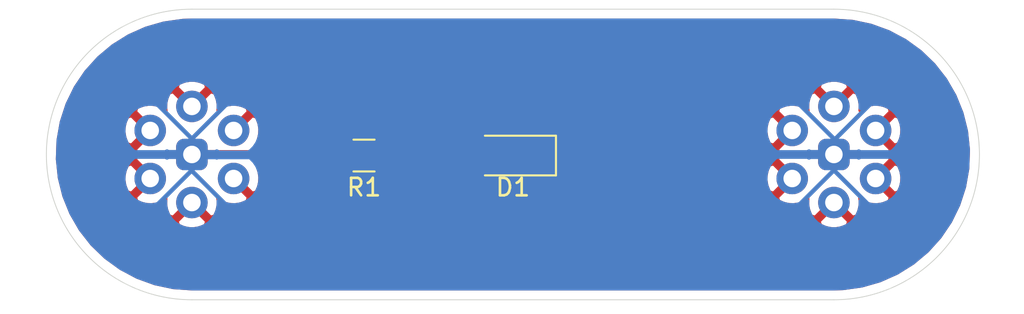
<source format=kicad_pcb>
(kicad_pcb (version 20171130) (host pcbnew "(5.1.5)-3")

  (general
    (thickness 1.6)
    (drawings 4)
    (tracks 25)
    (zones 0)
    (modules 4)
    (nets 4)
  )

  (page A4)
  (layers
    (0 F.Cu signal)
    (31 B.Cu signal)
    (32 B.Adhes user)
    (33 F.Adhes user)
    (34 B.Paste user)
    (35 F.Paste user)
    (36 B.SilkS user)
    (37 F.SilkS user)
    (38 B.Mask user hide)
    (39 F.Mask user)
    (40 Dwgs.User user hide)
    (41 Cmts.User user)
    (42 Eco1.User user hide)
    (43 Eco2.User user hide)
    (44 Edge.Cuts user)
    (45 Margin user)
    (46 B.CrtYd user)
    (47 F.CrtYd user)
    (48 B.Fab user)
    (49 F.Fab user hide)
  )

  (setup
    (last_trace_width 0.5)
    (user_trace_width 0.5)
    (user_trace_width 0.75)
    (user_trace_width 1)
    (trace_clearance 0.2)
    (zone_clearance 0.508)
    (zone_45_only no)
    (trace_min 0.2)
    (via_size 0.8)
    (via_drill 0.4)
    (via_min_size 0.4)
    (via_min_drill 0.3)
    (uvia_size 0.3)
    (uvia_drill 0.1)
    (uvias_allowed no)
    (uvia_min_size 0.2)
    (uvia_min_drill 0.1)
    (edge_width 0.05)
    (segment_width 0.2)
    (pcb_text_width 0.3)
    (pcb_text_size 1.5 1.5)
    (mod_edge_width 0.12)
    (mod_text_size 1 1)
    (mod_text_width 0.15)
    (pad_size 1.8 1.8)
    (pad_drill 1)
    (pad_to_mask_clearance 0.051)
    (solder_mask_min_width 0.25)
    (aux_axis_origin 0 0)
    (visible_elements 7FFFFFFF)
    (pcbplotparams
      (layerselection 0x010f0_ffffffff)
      (usegerberextensions false)
      (usegerberattributes false)
      (usegerberadvancedattributes false)
      (creategerberjobfile false)
      (excludeedgelayer true)
      (linewidth 0.100000)
      (plotframeref false)
      (viasonmask false)
      (mode 1)
      (useauxorigin false)
      (hpglpennumber 1)
      (hpglpenspeed 20)
      (hpglpendiameter 15.000000)
      (psnegative false)
      (psa4output false)
      (plotreference true)
      (plotvalue false)
      (plotinvisibletext false)
      (padsonsilk true)
      (subtractmaskfromsilk false)
      (outputformat 1)
      (mirror false)
      (drillshape 0)
      (scaleselection 1)
      (outputdirectory "Gerbers/"))
  )

  (net 0 "")
  (net 1 GND)
  (net 2 +5V)
  (net 3 "Net-(D1-Pad2)")

  (net_class Default "This is the default net class."
    (clearance 0.2)
    (trace_width 0.25)
    (via_dia 0.8)
    (via_drill 0.4)
    (uvia_dia 0.3)
    (uvia_drill 0.1)
    (add_net +5V)
    (add_net GND)
    (add_net "Net-(D1-Pad2)")
  )

  (net_class Pad ""
    (clearance 0.1)
    (trace_width 0.25)
    (via_dia 0.8)
    (via_drill 0.4)
    (uvia_dia 0.3)
    (uvia_drill 0.1)
  )

  (module "Stacked desk light:Conn_hex" (layer F.Cu) (tedit 62C5C8CA) (tstamp 60265DE1)
    (at 118.337168 99.939092 90)
    (path /60265E79)
    (fp_text reference H1 (at 0 4.1 90) (layer F.Fab)
      (effects (font (size 1 1) (thickness 0.15)))
    )
    (fp_text value Hex_Conn (at 0 -4.1 90) (layer F.Fab)
      (effects (font (size 1 1) (thickness 0.15)))
    )
    (fp_line (start 4 0) (end 2 3.464102) (layer F.CrtYd) (width 0.05))
    (fp_line (start 4 0) (end 2 -3.464102) (layer F.CrtYd) (width 0.05))
    (fp_line (start 2 -3.464102) (end -2 -3.464102) (layer F.CrtYd) (width 0.05))
    (fp_line (start -2 -3.464102) (end -4 0) (layer F.CrtYd) (width 0.05))
    (fp_line (start -4 0) (end -2 3.464102) (layer F.CrtYd) (width 0.05))
    (fp_line (start -2 3.464102) (end 2 3.464102) (layer F.CrtYd) (width 0.05))
    (fp_line (start 0 0) (end -2 -3.464102) (layer Dwgs.User) (width 0.05))
    (fp_line (start 0 0) (end 2 3.464102) (layer Dwgs.User) (width 0.05))
    (fp_line (start 0 0) (end 1.375 -2.38157) (layer Dwgs.User) (width 0.05))
    (fp_line (start 0 0) (end -1.375 2.38157) (layer Dwgs.User) (width 0.05))
    (pad 6 thru_hole circle (at -1.375 -2.38157 270) (size 1.8 1.8) (drill 1) (layers *.Cu *.Mask)
      (net 1 GND))
    (pad 5 thru_hole circle (at -2.75 0 270) (size 1.8 1.8) (drill 1) (layers *.Cu *.Mask)
      (net 1 GND))
    (pad 4 thru_hole circle (at -1.375 2.38157 270) (size 1.8 1.8) (drill 1) (layers *.Cu *.Mask)
      (net 1 GND))
    (pad 7 thru_hole roundrect (at 0 0 90) (size 1.8 1.8) (drill 1) (layers *.Cu *.Mask) (roundrect_rratio 0.25)
      (net 2 +5V))
    (pad 1 thru_hole circle (at 1.375 -2.38157 90) (size 1.8 1.8) (drill 1) (layers *.Cu *.Mask)
      (net 1 GND))
    (pad 2 thru_hole circle (at 2.75 0 90) (size 1.8 1.8) (drill 1) (layers *.Cu *.Mask)
      (net 1 GND))
    (pad 3 thru_hole circle (at 1.375 2.38157 90) (size 1.8 1.8) (drill 1) (layers *.Cu *.Mask)
      (net 1 GND))
  )

  (module "Stacked desk light:Conn_hex" (layer F.Cu) (tedit 62C5C8CA) (tstamp 6026C4D0)
    (at 81.662804 99.939092 90)
    (path /602753EA)
    (fp_text reference H2 (at 0 4.1 90) (layer F.Fab)
      (effects (font (size 1 1) (thickness 0.15)))
    )
    (fp_text value Hex_Conn (at 0 -4.1 90) (layer F.Fab)
      (effects (font (size 1 1) (thickness 0.15)))
    )
    (fp_line (start 4 0) (end 2 3.464102) (layer F.CrtYd) (width 0.05))
    (fp_line (start 4 0) (end 2 -3.464102) (layer F.CrtYd) (width 0.05))
    (fp_line (start 2 -3.464102) (end -2 -3.464102) (layer F.CrtYd) (width 0.05))
    (fp_line (start -2 -3.464102) (end -4 0) (layer F.CrtYd) (width 0.05))
    (fp_line (start -4 0) (end -2 3.464102) (layer F.CrtYd) (width 0.05))
    (fp_line (start -2 3.464102) (end 2 3.464102) (layer F.CrtYd) (width 0.05))
    (fp_line (start 0 0) (end -2 -3.464102) (layer Dwgs.User) (width 0.05))
    (fp_line (start 0 0) (end 2 3.464102) (layer Dwgs.User) (width 0.05))
    (fp_line (start 0 0) (end 1.375 -2.38157) (layer Dwgs.User) (width 0.05))
    (fp_line (start 0 0) (end -1.375 2.38157) (layer Dwgs.User) (width 0.05))
    (pad 6 thru_hole circle (at -1.375 -2.38157 270) (size 1.8 1.8) (drill 1) (layers *.Cu *.Mask)
      (net 1 GND))
    (pad 5 thru_hole circle (at -2.75 0 270) (size 1.8 1.8) (drill 1) (layers *.Cu *.Mask)
      (net 1 GND))
    (pad 4 thru_hole circle (at -1.375 2.38157 270) (size 1.8 1.8) (drill 1) (layers *.Cu *.Mask)
      (net 1 GND))
    (pad 7 thru_hole roundrect (at 0 0 90) (size 1.8 1.8) (drill 1) (layers *.Cu *.Mask) (roundrect_rratio 0.25)
      (net 2 +5V))
    (pad 1 thru_hole circle (at 1.375 -2.38157 90) (size 1.8 1.8) (drill 1) (layers *.Cu *.Mask)
      (net 1 GND))
    (pad 2 thru_hole circle (at 2.75 0 90) (size 1.8 1.8) (drill 1) (layers *.Cu *.Mask)
      (net 1 GND))
    (pad 3 thru_hole circle (at 1.375 2.38157 90) (size 1.8 1.8) (drill 1) (layers *.Cu *.Mask)
      (net 1 GND))
  )

  (module Resistor_SMD:R_1206_3216Metric_Pad1.42x1.75mm_HandSolder (layer F.Cu) (tedit 5B301BBD) (tstamp 6021D82A)
    (at 91.495 100 180)
    (descr "Resistor SMD 1206 (3216 Metric), square (rectangular) end terminal, IPC_7351 nominal with elongated pad for handsoldering. (Body size source: http://www.tortai-tech.com/upload/download/2011102023233369053.pdf), generated with kicad-footprint-generator")
    (tags "resistor handsolder")
    (path /6022914C)
    (attr smd)
    (fp_text reference R1 (at 0 -1.82) (layer F.SilkS)
      (effects (font (size 1 1) (thickness 0.15)))
    )
    (fp_text value 150 (at 0 1.82) (layer F.Fab)
      (effects (font (size 1 1) (thickness 0.15)))
    )
    (fp_text user %R (at 0 0) (layer F.Fab)
      (effects (font (size 0.8 0.8) (thickness 0.12)))
    )
    (fp_line (start 2.45 1.12) (end -2.45 1.12) (layer F.CrtYd) (width 0.05))
    (fp_line (start 2.45 -1.12) (end 2.45 1.12) (layer F.CrtYd) (width 0.05))
    (fp_line (start -2.45 -1.12) (end 2.45 -1.12) (layer F.CrtYd) (width 0.05))
    (fp_line (start -2.45 1.12) (end -2.45 -1.12) (layer F.CrtYd) (width 0.05))
    (fp_line (start -0.602064 0.91) (end 0.602064 0.91) (layer F.SilkS) (width 0.12))
    (fp_line (start -0.602064 -0.91) (end 0.602064 -0.91) (layer F.SilkS) (width 0.12))
    (fp_line (start 1.6 0.8) (end -1.6 0.8) (layer F.Fab) (width 0.1))
    (fp_line (start 1.6 -0.8) (end 1.6 0.8) (layer F.Fab) (width 0.1))
    (fp_line (start -1.6 -0.8) (end 1.6 -0.8) (layer F.Fab) (width 0.1))
    (fp_line (start -1.6 0.8) (end -1.6 -0.8) (layer F.Fab) (width 0.1))
    (pad 2 smd roundrect (at 1.4875 0 180) (size 1.425 1.75) (layers F.Cu F.Paste F.Mask) (roundrect_rratio 0.175439)
      (net 2 +5V))
    (pad 1 smd roundrect (at -1.4875 0 180) (size 1.425 1.75) (layers F.Cu F.Paste F.Mask) (roundrect_rratio 0.175439)
      (net 3 "Net-(D1-Pad2)"))
    (model ${KISYS3DMOD}/Resistor_SMD.3dshapes/R_1206_3216Metric.wrl
      (at (xyz 0 0 0))
      (scale (xyz 1 1 1))
      (rotate (xyz 0 0 0))
    )
  )

  (module LED_SMD:LED_1206_3216Metric_Pad1.42x1.75mm_HandSolder (layer F.Cu) (tedit 5B4B45C9) (tstamp 6022F6F1)
    (at 100 100 180)
    (descr "LED SMD 1206 (3216 Metric), square (rectangular) end terminal, IPC_7351 nominal, (Body size source: http://www.tortai-tech.com/upload/download/2011102023233369053.pdf), generated with kicad-footprint-generator")
    (tags "LED handsolder")
    (path /60229134)
    (attr smd)
    (fp_text reference D1 (at 0 -1.82) (layer F.SilkS)
      (effects (font (size 1 1) (thickness 0.15)))
    )
    (fp_text value LED (at 0 1.82) (layer F.Fab)
      (effects (font (size 1 1) (thickness 0.15)))
    )
    (fp_text user %R (at 0 0) (layer F.Fab)
      (effects (font (size 0.8 0.8) (thickness 0.12)))
    )
    (fp_line (start 2.45 1.12) (end -2.45 1.12) (layer F.CrtYd) (width 0.05))
    (fp_line (start 2.45 -1.12) (end 2.45 1.12) (layer F.CrtYd) (width 0.05))
    (fp_line (start -2.45 -1.12) (end 2.45 -1.12) (layer F.CrtYd) (width 0.05))
    (fp_line (start -2.45 1.12) (end -2.45 -1.12) (layer F.CrtYd) (width 0.05))
    (fp_line (start -2.46 1.135) (end 1.6 1.135) (layer F.SilkS) (width 0.12))
    (fp_line (start -2.46 -1.135) (end -2.46 1.135) (layer F.SilkS) (width 0.12))
    (fp_line (start 1.6 -1.135) (end -2.46 -1.135) (layer F.SilkS) (width 0.12))
    (fp_line (start 1.6 0.8) (end 1.6 -0.8) (layer F.Fab) (width 0.1))
    (fp_line (start -1.6 0.8) (end 1.6 0.8) (layer F.Fab) (width 0.1))
    (fp_line (start -1.6 -0.4) (end -1.6 0.8) (layer F.Fab) (width 0.1))
    (fp_line (start -1.2 -0.8) (end -1.6 -0.4) (layer F.Fab) (width 0.1))
    (fp_line (start 1.6 -0.8) (end -1.2 -0.8) (layer F.Fab) (width 0.1))
    (pad 2 smd roundrect (at 1.4875 0 180) (size 1.425 1.75) (layers F.Cu F.Paste F.Mask) (roundrect_rratio 0.175439)
      (net 3 "Net-(D1-Pad2)"))
    (pad 1 smd roundrect (at -1.4875 0 180) (size 1.425 1.75) (layers F.Cu F.Paste F.Mask) (roundrect_rratio 0.175439)
      (net 1 GND))
    (model ${KISYS3DMOD}/LED_SMD.3dshapes/LED_1206_3216Metric.wrl
      (at (xyz 0 0 0))
      (scale (xyz 1 1 1))
      (rotate (xyz 0 0 0))
    )
  )

  (gr_line (start 81.662804 108.251903) (end 118.337168 108.251903) (layer Edge.Cuts) (width 0.05) (tstamp 6026C648))
  (gr_line (start 118.337168 91.626281) (end 81.662804 91.626281) (layer Edge.Cuts) (width 0.05) (tstamp 6026C647))
  (gr_arc (start 118.337168 99.939092) (end 118.337168 108.251903) (angle -180) (layer Edge.Cuts) (width 0.05) (tstamp 6026C642))
  (gr_arc (start 81.662804 99.939092) (end 81.662804 91.626281) (angle -180) (layer Edge.Cuts) (width 0.05))

  (segment (start 89.946592 99.939092) (end 90.0075 100) (width 0.5) (layer F.Cu) (net 2))
  (segment (start 81.662804 99.939092) (end 89.946592 99.939092) (width 0.5) (layer F.Cu) (net 2))
  (segment (start 81.662804 99.939092) (end 77.839092 99.939092) (width 0.5) (layer B.Cu) (net 2))
  (segment (start 81.662804 99.039092) (end 79.5 96.876288) (width 0.25) (layer B.Cu) (net 2))
  (segment (start 81.662804 99.939092) (end 81.662804 99.039092) (width 0.25) (layer B.Cu) (net 2))
  (segment (start 81.662804 99.039092) (end 83.9 96.801896) (width 0.25) (layer B.Cu) (net 2))
  (segment (start 81.662804 100.839092) (end 79.401896 103.1) (width 0.25) (layer B.Cu) (net 2))
  (segment (start 81.662804 99.939092) (end 81.662804 100.839092) (width 0.25) (layer B.Cu) (net 2))
  (segment (start 81.662804 100.87609) (end 83.8 103.013286) (width 0.25) (layer B.Cu) (net 2))
  (segment (start 81.662804 99.939092) (end 81.662804 100.87609) (width 0.25) (layer B.Cu) (net 2))
  (segment (start 118.337168 99.039092) (end 116.3 97.001924) (width 0.25) (layer B.Cu) (net 2))
  (segment (start 118.337168 99.939092) (end 118.337168 99.039092) (width 0.25) (layer B.Cu) (net 2))
  (segment (start 118.337168 99.13266) (end 120.469828 97) (width 0.25) (layer B.Cu) (net 2))
  (segment (start 118.337168 99.939092) (end 118.337168 99.13266) (width 0.25) (layer B.Cu) (net 2))
  (segment (start 118.337168 100.839092) (end 116.2 102.97626) (width 0.25) (layer B.Cu) (net 2))
  (segment (start 118.337168 99.939092) (end 118.337168 100.839092) (width 0.25) (layer B.Cu) (net 2))
  (segment (start 118.337168 100.839092) (end 120.498076 103) (width 0.25) (layer B.Cu) (net 2))
  (segment (start 118.337168 99.939092) (end 114.639092 99.939092) (width 0.5) (layer B.Cu) (net 2))
  (segment (start 118.337168 99.939092) (end 121.939092 99.939092) (width 0.5) (layer B.Cu) (net 2))
  (segment (start 82.587803 99.964091) (end 85.335909 99.964091) (width 0.5) (layer B.Cu) (net 2))
  (segment (start 81.662804 99.939092) (end 82.562804 99.939092) (width 0.5) (layer B.Cu) (net 2))
  (segment (start 82.562804 99.939092) (end 82.587803 99.964091) (width 0.5) (layer B.Cu) (net 2))
  (segment (start 92.53 99.93) (end 92.52 99.94) (width 0.5) (layer F.Cu) (net 3))
  (segment (start 93.695 100) (end 98.5125 100) (width 0.5) (layer F.Cu) (net 3))
  (segment (start 92.9825 100) (end 93.695 100) (width 0.5) (layer F.Cu) (net 3))

  (zone (net 1) (net_name GND) (layer F.Cu) (tstamp 604681A3) (hatch edge 0.508)
    (connect_pads (clearance 0.508))
    (min_thickness 0.254)
    (fill yes (arc_segments 32) (thermal_gap 0.508) (thermal_bridge_width 0.508))
    (polygon
      (pts
        (xy 123.9 91.215) (xy 129.2 100) (xy 123.295 109.08) (xy 76.305 108.52) (xy 70.7 99.6)
        (xy 76.3 91.185)
      )
    )
    (filled_polygon
      (pts
        (xy 119.40201 92.362354) (xy 120.446123 92.584286) (xy 121.449193 92.949374) (xy 122.391691 93.450509) (xy 123.255261 94.077931)
        (xy 124.023116 94.81944) (xy 124.6803 95.660596) (xy 125.214023 96.585031) (xy 125.61389 97.574739) (xy 125.872129 98.610477)
        (xy 125.983707 99.672065) (xy 125.946454 100.738861) (xy 125.761094 101.790086) (xy 125.431237 102.80528) (xy 124.963303 103.764688)
        (xy 124.366397 104.649638) (xy 123.652136 105.442906) (xy 122.834434 106.12904) (xy 121.929188 106.694699) (xy 120.954033 107.128867)
        (xy 119.92794 107.423094) (xy 118.859439 107.573262) (xy 118.325646 107.591903) (xy 81.685848 107.591903) (xy 80.597961 107.51583)
        (xy 79.553849 107.293898) (xy 78.550779 106.92881) (xy 77.60829 106.42768) (xy 76.74471 105.800253) (xy 75.976856 105.058744)
        (xy 75.319672 104.217588) (xy 75.051542 103.753172) (xy 80.778329 103.753172) (xy 80.862012 104.007353) (xy 81.134579 104.13825)
        (xy 81.427446 104.213457) (xy 81.729357 104.230083) (xy 82.028711 104.187489) (xy 82.314003 104.087314) (xy 82.463596 104.007353)
        (xy 82.547279 103.753172) (xy 117.452693 103.753172) (xy 117.536376 104.007353) (xy 117.808943 104.13825) (xy 118.10181 104.213457)
        (xy 118.403721 104.230083) (xy 118.703075 104.187489) (xy 118.988367 104.087314) (xy 119.13796 104.007353) (xy 119.221643 103.753172)
        (xy 118.337168 102.868697) (xy 117.452693 103.753172) (xy 82.547279 103.753172) (xy 81.662804 102.868697) (xy 80.778329 103.753172)
        (xy 75.051542 103.753172) (xy 74.785951 103.293155) (xy 74.386082 102.303445) (xy 74.156002 101.380645) (xy 77.740243 101.380645)
        (xy 77.782837 101.679999) (xy 77.883012 101.965291) (xy 77.962973 102.114884) (xy 78.217154 102.198567) (xy 79.101629 101.314092)
        (xy 78.217154 100.429617) (xy 77.962973 100.5133) (xy 77.832076 100.785867) (xy 77.756869 101.078734) (xy 77.740243 101.380645)
        (xy 74.156002 101.380645) (xy 74.127843 101.267706) (xy 74.016266 100.206118) (xy 74.053518 99.139323) (xy 74.143211 98.630645)
        (xy 77.740243 98.630645) (xy 77.782837 98.929999) (xy 77.883012 99.215291) (xy 77.962973 99.364884) (xy 78.217154 99.448567)
        (xy 79.101629 98.564092) (xy 78.217154 97.679617) (xy 77.962973 97.7633) (xy 77.832076 98.035867) (xy 77.756869 98.328734)
        (xy 77.740243 98.630645) (xy 74.143211 98.630645) (xy 74.238878 98.088098) (xy 74.429958 97.500012) (xy 78.396759 97.500012)
        (xy 79.281234 98.384487) (xy 79.295377 98.370345) (xy 79.474982 98.54995) (xy 79.460839 98.564092) (xy 79.474982 98.578235)
        (xy 79.295377 98.75784) (xy 79.281234 98.743697) (xy 78.396759 99.628172) (xy 78.480442 99.882353) (xy 78.592269 99.936057)
        (xy 78.480442 99.995831) (xy 78.396759 100.250012) (xy 79.281234 101.134487) (xy 79.295377 101.120345) (xy 79.474982 101.29995)
        (xy 79.460839 101.314092) (xy 79.474982 101.328235) (xy 79.295377 101.50784) (xy 79.281234 101.493697) (xy 78.396759 102.378172)
        (xy 78.480442 102.632353) (xy 78.753009 102.76325) (xy 79.045876 102.838457) (xy 79.347787 102.855083) (xy 79.647141 102.812489)
        (xy 79.932433 102.712314) (xy 80.082026 102.632353) (xy 80.137958 102.462463) (xy 80.121813 102.755645) (xy 80.164407 103.054999)
        (xy 80.264582 103.340291) (xy 80.344543 103.489884) (xy 80.598724 103.573567) (xy 81.483199 102.689092) (xy 81.469057 102.67495)
        (xy 81.648662 102.495345) (xy 81.662804 102.509487) (xy 81.676947 102.495345) (xy 81.856552 102.67495) (xy 81.842409 102.689092)
        (xy 82.726884 103.573567) (xy 82.981065 103.489884) (xy 83.111962 103.217317) (xy 83.187169 102.92445) (xy 83.203795 102.622539)
        (xy 83.175971 102.426989) (xy 83.243582 102.632353) (xy 83.516149 102.76325) (xy 83.809016 102.838457) (xy 84.110927 102.855083)
        (xy 84.410281 102.812489) (xy 84.695573 102.712314) (xy 84.845166 102.632353) (xy 84.928849 102.378172) (xy 84.044374 101.493697)
        (xy 84.030232 101.50784) (xy 83.850627 101.328235) (xy 83.864769 101.314092) (xy 83.850627 101.29995) (xy 84.030232 101.120345)
        (xy 84.044374 101.134487) (xy 84.058517 101.120345) (xy 84.238122 101.29995) (xy 84.223979 101.314092) (xy 85.108454 102.198567)
        (xy 85.362635 102.114884) (xy 85.493532 101.842317) (xy 85.568739 101.54945) (xy 85.585365 101.247539) (xy 85.542771 100.948185)
        (xy 85.499198 100.824092) (xy 88.68183 100.824092) (xy 88.724528 100.96485) (xy 88.806595 101.118386) (xy 88.917038 101.252962)
        (xy 89.051614 101.363405) (xy 89.20515 101.445472) (xy 89.371746 101.496008) (xy 89.545 101.513072) (xy 90.47 101.513072)
        (xy 90.643254 101.496008) (xy 90.80985 101.445472) (xy 90.963386 101.363405) (xy 91.097962 101.252962) (xy 91.208405 101.118386)
        (xy 91.290472 100.96485) (xy 91.341008 100.798254) (xy 91.358072 100.625) (xy 91.358072 99.94) (xy 91.630719 99.94)
        (xy 91.631928 99.952276) (xy 91.631928 100.625) (xy 91.648992 100.798254) (xy 91.699528 100.96485) (xy 91.781595 101.118386)
        (xy 91.892038 101.252962) (xy 92.026614 101.363405) (xy 92.18015 101.445472) (xy 92.346746 101.496008) (xy 92.52 101.513072)
        (xy 93.445 101.513072) (xy 93.618254 101.496008) (xy 93.78485 101.445472) (xy 93.938386 101.363405) (xy 94.072962 101.252962)
        (xy 94.183405 101.118386) (xy 94.265472 100.96485) (xy 94.289694 100.885) (xy 97.205306 100.885) (xy 97.229528 100.96485)
        (xy 97.311595 101.118386) (xy 97.422038 101.252962) (xy 97.556614 101.363405) (xy 97.71015 101.445472) (xy 97.876746 101.496008)
        (xy 98.05 101.513072) (xy 98.975 101.513072) (xy 99.148254 101.496008) (xy 99.31485 101.445472) (xy 99.468386 101.363405)
        (xy 99.602962 101.252962) (xy 99.713405 101.118386) (xy 99.795472 100.96485) (xy 99.822727 100.875) (xy 100.136928 100.875)
        (xy 100.149188 100.999482) (xy 100.185498 101.11918) (xy 100.244463 101.229494) (xy 100.323815 101.326185) (xy 100.420506 101.405537)
        (xy 100.53082 101.464502) (xy 100.650518 101.500812) (xy 100.775 101.513072) (xy 101.20175 101.51) (xy 101.3605 101.35125)
        (xy 101.3605 100.127) (xy 101.6145 100.127) (xy 101.6145 101.35125) (xy 101.77325 101.51) (xy 102.2 101.513072)
        (xy 102.324482 101.500812) (xy 102.44418 101.464502) (xy 102.554494 101.405537) (xy 102.584825 101.380645) (xy 114.414607 101.380645)
        (xy 114.457201 101.679999) (xy 114.557376 101.965291) (xy 114.637337 102.114884) (xy 114.891518 102.198567) (xy 115.775993 101.314092)
        (xy 114.891518 100.429617) (xy 114.637337 100.5133) (xy 114.50644 100.785867) (xy 114.431233 101.078734) (xy 114.414607 101.380645)
        (xy 102.584825 101.380645) (xy 102.651185 101.326185) (xy 102.730537 101.229494) (xy 102.789502 101.11918) (xy 102.825812 100.999482)
        (xy 102.838072 100.875) (xy 102.835 100.28575) (xy 102.67625 100.127) (xy 101.6145 100.127) (xy 101.3605 100.127)
        (xy 100.29875 100.127) (xy 100.14 100.28575) (xy 100.136928 100.875) (xy 99.822727 100.875) (xy 99.846008 100.798254)
        (xy 99.863072 100.625) (xy 99.863072 99.375) (xy 99.846008 99.201746) (xy 99.822728 99.125) (xy 100.136928 99.125)
        (xy 100.14 99.71425) (xy 100.29875 99.873) (xy 101.3605 99.873) (xy 101.3605 98.64875) (xy 101.6145 98.64875)
        (xy 101.6145 99.873) (xy 102.67625 99.873) (xy 102.835 99.71425) (xy 102.838072 99.125) (xy 102.825812 99.000518)
        (xy 102.789502 98.88082) (xy 102.730537 98.770506) (xy 102.651185 98.673815) (xy 102.598583 98.630645) (xy 114.414607 98.630645)
        (xy 114.457201 98.929999) (xy 114.557376 99.215291) (xy 114.637337 99.364884) (xy 114.891518 99.448567) (xy 115.775993 98.564092)
        (xy 114.891518 97.679617) (xy 114.637337 97.7633) (xy 114.50644 98.035867) (xy 114.431233 98.328734) (xy 114.414607 98.630645)
        (xy 102.598583 98.630645) (xy 102.554494 98.594463) (xy 102.44418 98.535498) (xy 102.324482 98.499188) (xy 102.2 98.486928)
        (xy 101.77325 98.49) (xy 101.6145 98.64875) (xy 101.3605 98.64875) (xy 101.20175 98.49) (xy 100.775 98.486928)
        (xy 100.650518 98.499188) (xy 100.53082 98.535498) (xy 100.420506 98.594463) (xy 100.323815 98.673815) (xy 100.244463 98.770506)
        (xy 100.185498 98.88082) (xy 100.149188 99.000518) (xy 100.136928 99.125) (xy 99.822728 99.125) (xy 99.795472 99.03515)
        (xy 99.713405 98.881614) (xy 99.602962 98.747038) (xy 99.468386 98.636595) (xy 99.31485 98.554528) (xy 99.148254 98.503992)
        (xy 98.975 98.486928) (xy 98.05 98.486928) (xy 97.876746 98.503992) (xy 97.71015 98.554528) (xy 97.556614 98.636595)
        (xy 97.422038 98.747038) (xy 97.311595 98.881614) (xy 97.229528 99.03515) (xy 97.205306 99.115) (xy 94.289694 99.115)
        (xy 94.265472 99.03515) (xy 94.183405 98.881614) (xy 94.072962 98.747038) (xy 93.938386 98.636595) (xy 93.78485 98.554528)
        (xy 93.618254 98.503992) (xy 93.445 98.486928) (xy 92.52 98.486928) (xy 92.346746 98.503992) (xy 92.18015 98.554528)
        (xy 92.026614 98.636595) (xy 91.892038 98.747038) (xy 91.781595 98.881614) (xy 91.699528 99.03515) (xy 91.648992 99.201746)
        (xy 91.631928 99.375) (xy 91.631928 99.927724) (xy 91.630719 99.94) (xy 91.358072 99.94) (xy 91.358072 99.375)
        (xy 91.341008 99.201746) (xy 91.290472 99.03515) (xy 91.208405 98.881614) (xy 91.097962 98.747038) (xy 90.963386 98.636595)
        (xy 90.80985 98.554528) (xy 90.643254 98.503992) (xy 90.47 98.486928) (xy 89.545 98.486928) (xy 89.371746 98.503992)
        (xy 89.20515 98.554528) (xy 89.051614 98.636595) (xy 88.917038 98.747038) (xy 88.806595 98.881614) (xy 88.724528 99.03515)
        (xy 88.718782 99.054092) (xy 85.503348 99.054092) (xy 85.568739 98.79945) (xy 85.585365 98.497539) (xy 85.542771 98.198185)
        (xy 85.442596 97.912893) (xy 85.362635 97.7633) (xy 85.108454 97.679617) (xy 84.223979 98.564092) (xy 84.238122 98.578235)
        (xy 84.058517 98.75784) (xy 84.044374 98.743697) (xy 84.030232 98.75784) (xy 83.850627 98.578235) (xy 83.864769 98.564092)
        (xy 83.850627 98.54995) (xy 84.030232 98.370345) (xy 84.044374 98.384487) (xy 84.928849 97.500012) (xy 115.071123 97.500012)
        (xy 115.955598 98.384487) (xy 115.969741 98.370345) (xy 116.149346 98.54995) (xy 116.135203 98.564092) (xy 116.149346 98.578235)
        (xy 115.969741 98.75784) (xy 115.955598 98.743697) (xy 115.071123 99.628172) (xy 115.154806 99.882353) (xy 115.266633 99.936057)
        (xy 115.154806 99.995831) (xy 115.071123 100.250012) (xy 115.955598 101.134487) (xy 115.969741 101.120345) (xy 116.149346 101.29995)
        (xy 116.135203 101.314092) (xy 116.149346 101.328235) (xy 115.969741 101.50784) (xy 115.955598 101.493697) (xy 115.071123 102.378172)
        (xy 115.154806 102.632353) (xy 115.427373 102.76325) (xy 115.72024 102.838457) (xy 116.022151 102.855083) (xy 116.321505 102.812489)
        (xy 116.606797 102.712314) (xy 116.75639 102.632353) (xy 116.812322 102.462463) (xy 116.796177 102.755645) (xy 116.838771 103.054999)
        (xy 116.938946 103.340291) (xy 117.018907 103.489884) (xy 117.273088 103.573567) (xy 118.157563 102.689092) (xy 118.143421 102.67495)
        (xy 118.323026 102.495345) (xy 118.337168 102.509487) (xy 118.351311 102.495345) (xy 118.530916 102.67495) (xy 118.516773 102.689092)
        (xy 119.401248 103.573567) (xy 119.655429 103.489884) (xy 119.786326 103.217317) (xy 119.861533 102.92445) (xy 119.878159 102.622539)
        (xy 119.850335 102.426989) (xy 119.917946 102.632353) (xy 120.190513 102.76325) (xy 120.48338 102.838457) (xy 120.785291 102.855083)
        (xy 121.084645 102.812489) (xy 121.369937 102.712314) (xy 121.51953 102.632353) (xy 121.603213 102.378172) (xy 120.718738 101.493697)
        (xy 120.704596 101.50784) (xy 120.524991 101.328235) (xy 120.539133 101.314092) (xy 120.898343 101.314092) (xy 121.782818 102.198567)
        (xy 122.036999 102.114884) (xy 122.167896 101.842317) (xy 122.243103 101.54945) (xy 122.259729 101.247539) (xy 122.217135 100.948185)
        (xy 122.11696 100.662893) (xy 122.036999 100.5133) (xy 121.782818 100.429617) (xy 120.898343 101.314092) (xy 120.539133 101.314092)
        (xy 120.524991 101.29995) (xy 120.704596 101.120345) (xy 120.718738 101.134487) (xy 121.603213 100.250012) (xy 121.51953 99.995831)
        (xy 121.407703 99.942127) (xy 121.51953 99.882353) (xy 121.603213 99.628172) (xy 120.718738 98.743697) (xy 120.704596 98.75784)
        (xy 120.524991 98.578235) (xy 120.539133 98.564092) (xy 120.898343 98.564092) (xy 121.782818 99.448567) (xy 122.036999 99.364884)
        (xy 122.167896 99.092317) (xy 122.243103 98.79945) (xy 122.259729 98.497539) (xy 122.217135 98.198185) (xy 122.11696 97.912893)
        (xy 122.036999 97.7633) (xy 121.782818 97.679617) (xy 120.898343 98.564092) (xy 120.539133 98.564092) (xy 120.524991 98.54995)
        (xy 120.704596 98.370345) (xy 120.718738 98.384487) (xy 121.603213 97.500012) (xy 121.51953 97.245831) (xy 121.246963 97.114934)
        (xy 120.954096 97.039727) (xy 120.652185 97.023101) (xy 120.352831 97.065695) (xy 120.067539 97.16587) (xy 119.917946 97.245831)
        (xy 119.862014 97.415721) (xy 119.878159 97.122539) (xy 119.835565 96.823185) (xy 119.73539 96.537893) (xy 119.655429 96.3883)
        (xy 119.401248 96.304617) (xy 118.516773 97.189092) (xy 118.530916 97.203235) (xy 118.351311 97.38284) (xy 118.337168 97.368697)
        (xy 118.323026 97.38284) (xy 118.143421 97.203235) (xy 118.157563 97.189092) (xy 117.273088 96.304617) (xy 117.018907 96.3883)
        (xy 116.88801 96.660867) (xy 116.812803 96.953734) (xy 116.796177 97.255645) (xy 116.824001 97.451195) (xy 116.75639 97.245831)
        (xy 116.483823 97.114934) (xy 116.190956 97.039727) (xy 115.889045 97.023101) (xy 115.589691 97.065695) (xy 115.304399 97.16587)
        (xy 115.154806 97.245831) (xy 115.071123 97.500012) (xy 84.928849 97.500012) (xy 84.845166 97.245831) (xy 84.572599 97.114934)
        (xy 84.279732 97.039727) (xy 83.977821 97.023101) (xy 83.678467 97.065695) (xy 83.393175 97.16587) (xy 83.243582 97.245831)
        (xy 83.18765 97.415721) (xy 83.203795 97.122539) (xy 83.161201 96.823185) (xy 83.061026 96.537893) (xy 82.981065 96.3883)
        (xy 82.726884 96.304617) (xy 81.842409 97.189092) (xy 81.856552 97.203235) (xy 81.676947 97.38284) (xy 81.662804 97.368697)
        (xy 81.648662 97.38284) (xy 81.469057 97.203235) (xy 81.483199 97.189092) (xy 80.598724 96.304617) (xy 80.344543 96.3883)
        (xy 80.213646 96.660867) (xy 80.138439 96.953734) (xy 80.121813 97.255645) (xy 80.149637 97.451195) (xy 80.082026 97.245831)
        (xy 79.809459 97.114934) (xy 79.516592 97.039727) (xy 79.214681 97.023101) (xy 78.915327 97.065695) (xy 78.630035 97.16587)
        (xy 78.480442 97.245831) (xy 78.396759 97.500012) (xy 74.429958 97.500012) (xy 74.568735 97.072904) (xy 75.03105 96.125012)
        (xy 80.778329 96.125012) (xy 81.662804 97.009487) (xy 82.547279 96.125012) (xy 117.452693 96.125012) (xy 118.337168 97.009487)
        (xy 119.221643 96.125012) (xy 119.13796 95.870831) (xy 118.865393 95.739934) (xy 118.572526 95.664727) (xy 118.270615 95.648101)
        (xy 117.971261 95.690695) (xy 117.685969 95.79087) (xy 117.536376 95.870831) (xy 117.452693 96.125012) (xy 82.547279 96.125012)
        (xy 82.463596 95.870831) (xy 82.191029 95.739934) (xy 81.898162 95.664727) (xy 81.596251 95.648101) (xy 81.296897 95.690695)
        (xy 81.011605 95.79087) (xy 80.862012 95.870831) (xy 80.778329 96.125012) (xy 75.03105 96.125012) (xy 75.036669 96.113493)
        (xy 75.633575 95.228546) (xy 76.347836 94.435278) (xy 77.165539 93.749144) (xy 78.070783 93.183485) (xy 79.045937 92.749318)
        (xy 80.072032 92.45509) (xy 81.140535 92.304922) (xy 81.674326 92.286281) (xy 118.314124 92.286281)
      )
    )
  )
  (zone (net 2) (net_name +5V) (layer B.Cu) (tstamp 604681A0) (hatch edge 0.508)
    (connect_pads (clearance 0.508))
    (min_thickness 0.254)
    (fill yes (arc_segments 32) (thermal_gap 0.508) (thermal_bridge_width 0.508))
    (polygon
      (pts
        (xy 123.2 91.1) (xy 129 100.1) (xy 123.2 108.9) (xy 76.3 108.9) (xy 70.9 99.7)
        (xy 76.4 91.5)
      )
    )
    (filled_polygon
      (pts
        (xy 119.40201 92.362354) (xy 120.446123 92.584286) (xy 121.449193 92.949374) (xy 122.391691 93.450509) (xy 123.255261 94.077931)
        (xy 124.023116 94.81944) (xy 124.6803 95.660596) (xy 125.214023 96.585031) (xy 125.61389 97.574739) (xy 125.872129 98.610477)
        (xy 125.983707 99.672065) (xy 125.946454 100.738861) (xy 125.761094 101.790086) (xy 125.431237 102.80528) (xy 124.963303 103.764688)
        (xy 124.366397 104.649638) (xy 123.652136 105.442906) (xy 122.834434 106.12904) (xy 121.929188 106.694699) (xy 120.954033 107.128867)
        (xy 119.92794 107.423094) (xy 118.859439 107.573262) (xy 118.325646 107.591903) (xy 81.685848 107.591903) (xy 80.597961 107.51583)
        (xy 79.553849 107.293898) (xy 78.550779 106.92881) (xy 77.60829 106.42768) (xy 76.74471 105.800253) (xy 75.976856 105.058744)
        (xy 75.319672 104.217588) (xy 74.785951 103.293155) (xy 74.386082 102.303445) (xy 74.127843 101.267706) (xy 74.016266 100.206118)
        (xy 74.053518 99.139323) (xy 74.181605 98.412908) (xy 77.746234 98.412908) (xy 77.746234 98.715276) (xy 77.805223 99.011835)
        (xy 77.920935 99.291187) (xy 78.088922 99.542597) (xy 78.302729 99.756404) (xy 78.554139 99.924391) (xy 78.58963 99.939092)
        (xy 78.554139 99.953793) (xy 78.302729 100.12178) (xy 78.088922 100.335587) (xy 77.920935 100.586997) (xy 77.805223 100.866349)
        (xy 77.746234 101.162908) (xy 77.746234 101.465276) (xy 77.805223 101.761835) (xy 77.920935 102.041187) (xy 78.088922 102.292597)
        (xy 78.302729 102.506404) (xy 78.554139 102.674391) (xy 78.833491 102.790103) (xy 79.13005 102.849092) (xy 79.432418 102.849092)
        (xy 79.728977 102.790103) (xy 80.008329 102.674391) (xy 80.127804 102.59456) (xy 80.127804 102.840276) (xy 80.186793 103.136835)
        (xy 80.302505 103.416187) (xy 80.470492 103.667597) (xy 80.684299 103.881404) (xy 80.935709 104.049391) (xy 81.215061 104.165103)
        (xy 81.51162 104.224092) (xy 81.813988 104.224092) (xy 82.110547 104.165103) (xy 82.389899 104.049391) (xy 82.641309 103.881404)
        (xy 82.855116 103.667597) (xy 83.023103 103.416187) (xy 83.138815 103.136835) (xy 83.197804 102.840276) (xy 83.197804 102.59456)
        (xy 83.317279 102.674391) (xy 83.596631 102.790103) (xy 83.89319 102.849092) (xy 84.195558 102.849092) (xy 84.492117 102.790103)
        (xy 84.771469 102.674391) (xy 85.022879 102.506404) (xy 85.236686 102.292597) (xy 85.404673 102.041187) (xy 85.520385 101.761835)
        (xy 85.579374 101.465276) (xy 85.579374 101.162908) (xy 85.520385 100.866349) (xy 85.404673 100.586997) (xy 85.236686 100.335587)
        (xy 85.022879 100.12178) (xy 84.771469 99.953793) (xy 84.735978 99.939092) (xy 84.771469 99.924391) (xy 85.022879 99.756404)
        (xy 85.236686 99.542597) (xy 85.404673 99.291187) (xy 85.520385 99.011835) (xy 85.579374 98.715276) (xy 85.579374 98.412908)
        (xy 114.420598 98.412908) (xy 114.420598 98.715276) (xy 114.479587 99.011835) (xy 114.595299 99.291187) (xy 114.763286 99.542597)
        (xy 114.977093 99.756404) (xy 115.228503 99.924391) (xy 115.263994 99.939092) (xy 115.228503 99.953793) (xy 114.977093 100.12178)
        (xy 114.763286 100.335587) (xy 114.595299 100.586997) (xy 114.479587 100.866349) (xy 114.420598 101.162908) (xy 114.420598 101.465276)
        (xy 114.479587 101.761835) (xy 114.595299 102.041187) (xy 114.763286 102.292597) (xy 114.977093 102.506404) (xy 115.228503 102.674391)
        (xy 115.507855 102.790103) (xy 115.804414 102.849092) (xy 116.106782 102.849092) (xy 116.403341 102.790103) (xy 116.682693 102.674391)
        (xy 116.802168 102.59456) (xy 116.802168 102.840276) (xy 116.861157 103.136835) (xy 116.976869 103.416187) (xy 117.144856 103.667597)
        (xy 117.358663 103.881404) (xy 117.610073 104.049391) (xy 117.889425 104.165103) (xy 118.185984 104.224092) (xy 118.488352 104.224092)
        (xy 118.784911 104.165103) (xy 119.064263 104.049391) (xy 119.315673 103.881404) (xy 119.52948 103.667597) (xy 119.697467 103.416187)
        (xy 119.813179 103.136835) (xy 119.872168 102.840276) (xy 119.872168 102.59456) (xy 119.991643 102.674391) (xy 120.270995 102.790103)
        (xy 120.567554 102.849092) (xy 120.869922 102.849092) (xy 121.166481 102.790103) (xy 121.445833 102.674391) (xy 121.697243 102.506404)
        (xy 121.91105 102.292597) (xy 122.079037 102.041187) (xy 122.194749 101.761835) (xy 122.253738 101.465276) (xy 122.253738 101.162908)
        (xy 122.194749 100.866349) (xy 122.079037 100.586997) (xy 121.91105 100.335587) (xy 121.697243 100.12178) (xy 121.445833 99.953793)
        (xy 121.410342 99.939092) (xy 121.445833 99.924391) (xy 121.697243 99.756404) (xy 121.91105 99.542597) (xy 122.079037 99.291187)
        (xy 122.194749 99.011835) (xy 122.253738 98.715276) (xy 122.253738 98.412908) (xy 122.194749 98.116349) (xy 122.079037 97.836997)
        (xy 121.91105 97.585587) (xy 121.697243 97.37178) (xy 121.445833 97.203793) (xy 121.166481 97.088081) (xy 120.869922 97.029092)
        (xy 120.567554 97.029092) (xy 120.270995 97.088081) (xy 119.991643 97.203793) (xy 119.872168 97.283624) (xy 119.872168 97.037908)
        (xy 119.813179 96.741349) (xy 119.697467 96.461997) (xy 119.52948 96.210587) (xy 119.315673 95.99678) (xy 119.064263 95.828793)
        (xy 118.784911 95.713081) (xy 118.488352 95.654092) (xy 118.185984 95.654092) (xy 117.889425 95.713081) (xy 117.610073 95.828793)
        (xy 117.358663 95.99678) (xy 117.144856 96.210587) (xy 116.976869 96.461997) (xy 116.861157 96.741349) (xy 116.802168 97.037908)
        (xy 116.802168 97.283624) (xy 116.682693 97.203793) (xy 116.403341 97.088081) (xy 116.106782 97.029092) (xy 115.804414 97.029092)
        (xy 115.507855 97.088081) (xy 115.228503 97.203793) (xy 114.977093 97.37178) (xy 114.763286 97.585587) (xy 114.595299 97.836997)
        (xy 114.479587 98.116349) (xy 114.420598 98.412908) (xy 85.579374 98.412908) (xy 85.520385 98.116349) (xy 85.404673 97.836997)
        (xy 85.236686 97.585587) (xy 85.022879 97.37178) (xy 84.771469 97.203793) (xy 84.492117 97.088081) (xy 84.195558 97.029092)
        (xy 83.89319 97.029092) (xy 83.596631 97.088081) (xy 83.317279 97.203793) (xy 83.197804 97.283624) (xy 83.197804 97.037908)
        (xy 83.138815 96.741349) (xy 83.023103 96.461997) (xy 82.855116 96.210587) (xy 82.641309 95.99678) (xy 82.389899 95.828793)
        (xy 82.110547 95.713081) (xy 81.813988 95.654092) (xy 81.51162 95.654092) (xy 81.215061 95.713081) (xy 80.935709 95.828793)
        (xy 80.684299 95.99678) (xy 80.470492 96.210587) (xy 80.302505 96.461997) (xy 80.186793 96.741349) (xy 80.127804 97.037908)
        (xy 80.127804 97.283624) (xy 80.008329 97.203793) (xy 79.728977 97.088081) (xy 79.432418 97.029092) (xy 79.13005 97.029092)
        (xy 78.833491 97.088081) (xy 78.554139 97.203793) (xy 78.302729 97.37178) (xy 78.088922 97.585587) (xy 77.920935 97.836997)
        (xy 77.805223 98.116349) (xy 77.746234 98.412908) (xy 74.181605 98.412908) (xy 74.238878 98.088098) (xy 74.568735 97.072904)
        (xy 75.036669 96.113493) (xy 75.633575 95.228546) (xy 76.347836 94.435278) (xy 77.165539 93.749144) (xy 78.070783 93.183485)
        (xy 79.045937 92.749318) (xy 80.072032 92.45509) (xy 81.140535 92.304922) (xy 81.674326 92.286281) (xy 118.314124 92.286281)
      )
    )
    (filled_polygon
      (pts
        (xy 119.991643 99.924391) (xy 120.027134 99.939092) (xy 119.991643 99.953793) (xy 119.757541 100.110215) (xy 119.713418 100.066092)
        (xy 118.464168 100.066092) (xy 118.464168 100.086092) (xy 118.210168 100.086092) (xy 118.210168 100.066092) (xy 116.960918 100.066092)
        (xy 116.916795 100.110215) (xy 116.682693 99.953793) (xy 116.647202 99.939092) (xy 116.682693 99.924391) (xy 116.916795 99.767969)
        (xy 116.960918 99.812092) (xy 118.210168 99.812092) (xy 118.210168 99.792092) (xy 118.464168 99.792092) (xy 118.464168 99.812092)
        (xy 119.713418 99.812092) (xy 119.757541 99.767969)
      )
    )
    (filled_polygon
      (pts
        (xy 83.317279 99.924391) (xy 83.35277 99.939092) (xy 83.317279 99.953793) (xy 83.083177 100.110215) (xy 83.039054 100.066092)
        (xy 81.789804 100.066092) (xy 81.789804 100.086092) (xy 81.535804 100.086092) (xy 81.535804 100.066092) (xy 80.286554 100.066092)
        (xy 80.242431 100.110215) (xy 80.008329 99.953793) (xy 79.972838 99.939092) (xy 80.008329 99.924391) (xy 80.242431 99.767969)
        (xy 80.286554 99.812092) (xy 81.535804 99.812092) (xy 81.535804 99.792092) (xy 81.789804 99.792092) (xy 81.789804 99.812092)
        (xy 83.039054 99.812092) (xy 83.083177 99.767969)
      )
    )
  )
)

</source>
